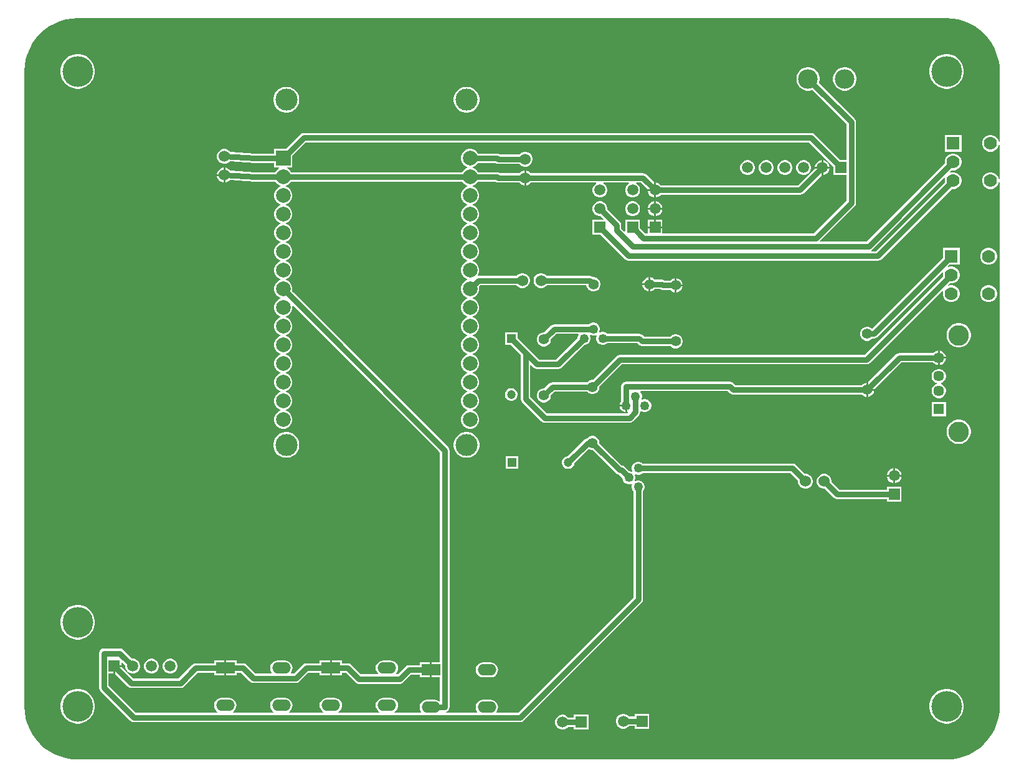
<source format=gbl>
G04*
G04 #@! TF.GenerationSoftware,Altium Limited,Altium Designer,24.0.1 (36)*
G04*
G04 Layer_Physical_Order=2*
G04 Layer_Color=16711680*
%FSLAX44Y44*%
%MOMM*%
G71*
G04*
G04 #@! TF.SameCoordinates,4DCDF883-9DA8-4262-A2DB-AF35F01A7F01*
G04*
G04*
G04 #@! TF.FilePolarity,Positive*
G04*
G01*
G75*
%ADD30C,1.2000*%
%ADD31R,1.2000X1.2000*%
%ADD32R,1.2000X1.2000*%
%ADD37C,0.7620*%
%ADD38C,1.7780*%
%ADD39R,1.7780X1.7780*%
%ADD40C,4.1910*%
%ADD41C,1.2500*%
%ADD42C,1.5240*%
%ADD43C,2.6670*%
%ADD44C,1.5000*%
%ADD45R,1.5000X1.5000*%
%ADD46R,1.5000X1.5000*%
%ADD47C,2.8000*%
%ADD48C,1.4500*%
%ADD49R,1.4500X1.4500*%
%ADD50C,1.4000*%
%ADD51O,2.5400X1.5240*%
%ADD52R,2.5400X1.5240*%
%ADD53R,2.0000X2.0000*%
%ADD54C,2.0000*%
%ADD55C,3.0000*%
G36*
X1519404Y1265722D02*
X1527405Y1264362D01*
X1535205Y1262115D01*
X1542703Y1259009D01*
X1549807Y1255083D01*
X1556426Y1250387D01*
X1562478Y1244978D01*
X1567887Y1238926D01*
X1572583Y1232307D01*
X1576509Y1225203D01*
X1579615Y1217705D01*
X1581862Y1209905D01*
X1583222Y1201904D01*
X1583663Y1194041D01*
X1583615Y1193800D01*
Y1097961D01*
X1582345Y1097793D01*
X1581641Y1100422D01*
X1580136Y1103028D01*
X1578008Y1105156D01*
X1575402Y1106661D01*
X1572495Y1107440D01*
X1569485D01*
X1566578Y1106661D01*
X1563972Y1105156D01*
X1561844Y1103028D01*
X1560339Y1100422D01*
X1559560Y1097515D01*
Y1094505D01*
X1560339Y1091598D01*
X1561844Y1088992D01*
X1563972Y1086864D01*
X1566578Y1085359D01*
X1569485Y1084580D01*
X1572495D01*
X1575402Y1085359D01*
X1578008Y1086864D01*
X1580136Y1088992D01*
X1581641Y1091598D01*
X1582345Y1094227D01*
X1583615Y1094059D01*
Y1047161D01*
X1582345Y1046993D01*
X1581641Y1049622D01*
X1580136Y1052228D01*
X1578008Y1054356D01*
X1575402Y1055861D01*
X1572495Y1056640D01*
X1569485D01*
X1566578Y1055861D01*
X1563972Y1054356D01*
X1561844Y1052228D01*
X1560339Y1049622D01*
X1559560Y1046715D01*
Y1043705D01*
X1560339Y1040798D01*
X1561844Y1038192D01*
X1563972Y1036064D01*
X1566578Y1034559D01*
X1569485Y1033780D01*
X1572495D01*
X1575402Y1034559D01*
X1578008Y1036064D01*
X1580136Y1038192D01*
X1581641Y1040798D01*
X1582345Y1043427D01*
X1583615Y1043259D01*
Y329104D01*
X1583222Y322096D01*
X1581862Y314095D01*
X1579615Y306295D01*
X1576509Y298797D01*
X1572583Y291693D01*
X1567887Y285074D01*
X1562478Y279022D01*
X1556426Y273613D01*
X1549807Y268917D01*
X1542703Y264991D01*
X1535205Y261885D01*
X1527405Y259638D01*
X1519404Y258278D01*
X1512395Y257885D01*
X330200D01*
X329959Y257837D01*
X322096Y258278D01*
X314095Y259638D01*
X306295Y261885D01*
X298797Y264991D01*
X291693Y268917D01*
X285074Y273613D01*
X279022Y279022D01*
X273613Y285074D01*
X268917Y291693D01*
X264991Y298797D01*
X261885Y306295D01*
X259638Y314095D01*
X258278Y322096D01*
X257837Y329959D01*
X257885Y330200D01*
Y1193800D01*
X257837Y1194041D01*
X258278Y1201904D01*
X259638Y1209905D01*
X261885Y1217705D01*
X264991Y1225203D01*
X268917Y1232307D01*
X273613Y1238926D01*
X279022Y1244978D01*
X285074Y1250387D01*
X291693Y1255083D01*
X298797Y1259009D01*
X306295Y1262115D01*
X314095Y1264362D01*
X322096Y1265722D01*
X329959Y1266163D01*
X330200Y1266115D01*
X1511300D01*
X1511541Y1266163D01*
X1519404Y1265722D01*
D02*
G37*
%LPC*%
G36*
X1513614Y1217295D02*
X1508986D01*
X1504447Y1216392D01*
X1500171Y1214621D01*
X1496323Y1212050D01*
X1493050Y1208777D01*
X1490479Y1204929D01*
X1488708Y1200653D01*
X1487805Y1196114D01*
Y1191486D01*
X1488708Y1186947D01*
X1490479Y1182671D01*
X1493050Y1178823D01*
X1496323Y1175550D01*
X1500171Y1172979D01*
X1504447Y1171208D01*
X1508986Y1170305D01*
X1513614D01*
X1518153Y1171208D01*
X1522429Y1172979D01*
X1526277Y1175550D01*
X1529550Y1178823D01*
X1532121Y1182671D01*
X1533892Y1186947D01*
X1534795Y1191486D01*
Y1196114D01*
X1533892Y1200653D01*
X1532121Y1204929D01*
X1529550Y1208777D01*
X1526277Y1212050D01*
X1522429Y1214621D01*
X1518153Y1216392D01*
X1513614Y1217295D01*
D02*
G37*
G36*
X332514D02*
X327886D01*
X323347Y1216392D01*
X319071Y1214621D01*
X315223Y1212050D01*
X311950Y1208777D01*
X309379Y1204929D01*
X307608Y1200653D01*
X306705Y1196114D01*
Y1191486D01*
X307608Y1186947D01*
X309379Y1182671D01*
X311950Y1178823D01*
X315223Y1175550D01*
X319071Y1172979D01*
X323347Y1171208D01*
X327886Y1170305D01*
X332514D01*
X337053Y1171208D01*
X341329Y1172979D01*
X345177Y1175550D01*
X348450Y1178823D01*
X351021Y1182671D01*
X352792Y1186947D01*
X353695Y1191486D01*
Y1196114D01*
X352792Y1200653D01*
X351021Y1204929D01*
X348450Y1208777D01*
X345177Y1212050D01*
X341329Y1214621D01*
X337053Y1216392D01*
X332514Y1217295D01*
D02*
G37*
G36*
X1374433Y1199515D02*
X1371306D01*
X1368239Y1198905D01*
X1365350Y1197708D01*
X1362750Y1195971D01*
X1360539Y1193760D01*
X1358802Y1191160D01*
X1357605Y1188271D01*
X1356995Y1185203D01*
Y1182076D01*
X1357605Y1179009D01*
X1358802Y1176120D01*
X1360539Y1173520D01*
X1362750Y1171309D01*
X1365350Y1169572D01*
X1368239Y1168375D01*
X1371306Y1167765D01*
X1374433D01*
X1377501Y1168375D01*
X1380390Y1169572D01*
X1382990Y1171309D01*
X1385201Y1173520D01*
X1386938Y1176120D01*
X1388135Y1179009D01*
X1388745Y1182076D01*
Y1185203D01*
X1388135Y1188271D01*
X1386938Y1191160D01*
X1385201Y1193760D01*
X1382990Y1195971D01*
X1380390Y1197708D01*
X1377501Y1198905D01*
X1374433Y1199515D01*
D02*
G37*
G36*
X860628Y1172830D02*
X857172D01*
X853784Y1172156D01*
X850592Y1170834D01*
X847719Y1168914D01*
X845276Y1166471D01*
X843356Y1163598D01*
X842034Y1160406D01*
X841360Y1157018D01*
Y1153562D01*
X842034Y1150174D01*
X843356Y1146982D01*
X845276Y1144109D01*
X847719Y1141666D01*
X850592Y1139746D01*
X853784Y1138424D01*
X857172Y1137750D01*
X860628D01*
X864016Y1138424D01*
X867208Y1139746D01*
X870081Y1141666D01*
X872524Y1144109D01*
X874444Y1146982D01*
X875766Y1150174D01*
X876440Y1153562D01*
Y1157018D01*
X875766Y1160406D01*
X874444Y1163598D01*
X872524Y1166471D01*
X870081Y1168914D01*
X867208Y1170834D01*
X864016Y1172156D01*
X860628Y1172830D01*
D02*
G37*
G36*
X615528D02*
X612073D01*
X608684Y1172156D01*
X605492Y1170834D01*
X602619Y1168914D01*
X600176Y1166471D01*
X598256Y1163598D01*
X596934Y1160406D01*
X596260Y1157018D01*
Y1153562D01*
X596934Y1150174D01*
X598256Y1146982D01*
X600176Y1144109D01*
X602619Y1141666D01*
X605492Y1139746D01*
X608684Y1138424D01*
X612073Y1137750D01*
X615528D01*
X618916Y1138424D01*
X622108Y1139746D01*
X624981Y1141666D01*
X627424Y1144109D01*
X629344Y1146982D01*
X630666Y1150174D01*
X631340Y1153562D01*
Y1157018D01*
X630666Y1160406D01*
X629344Y1163598D01*
X627424Y1166471D01*
X624981Y1168914D01*
X622108Y1170834D01*
X618916Y1172156D01*
X615528Y1172830D01*
D02*
G37*
G36*
X1531620Y1107440D02*
X1508760D01*
Y1084580D01*
X1531620D01*
Y1107440D01*
D02*
G37*
G36*
X1324650Y1199515D02*
X1321523D01*
X1318455Y1198905D01*
X1315566Y1197708D01*
X1312966Y1195971D01*
X1310755Y1193760D01*
X1309018Y1191160D01*
X1307821Y1188271D01*
X1307211Y1185203D01*
Y1182076D01*
X1307821Y1179009D01*
X1309018Y1176120D01*
X1310755Y1173520D01*
X1312966Y1171309D01*
X1315566Y1169572D01*
X1318455Y1168375D01*
X1321523Y1167765D01*
X1324650D01*
X1327717Y1168375D01*
X1328762Y1168808D01*
X1375286Y1122284D01*
Y1073030D01*
X1366906D01*
X1331728Y1108208D01*
X1329628Y1109612D01*
X1327150Y1110104D01*
X637540D01*
X635062Y1109612D01*
X632962Y1108208D01*
X612984Y1088230D01*
X597060D01*
Y1082164D01*
X572202D01*
X537863Y1084221D01*
X537720Y1084468D01*
X535828Y1086360D01*
X533512Y1087698D01*
X530928Y1088390D01*
X528252D01*
X525668Y1087698D01*
X523352Y1086360D01*
X521460Y1084468D01*
X520122Y1082152D01*
X519430Y1079568D01*
Y1076892D01*
X520122Y1074308D01*
X521460Y1071992D01*
X523352Y1070100D01*
X525668Y1068762D01*
X528252Y1068070D01*
X530928D01*
X533512Y1068762D01*
X535828Y1070100D01*
X537027Y1071299D01*
X571621Y1069227D01*
X571815Y1069254D01*
X572008Y1069216D01*
X597060D01*
Y1063150D01*
X603718D01*
X603881Y1062934D01*
X603544Y1061273D01*
X601900Y1060324D01*
X599566Y1057990D01*
X598858Y1056764D01*
X572202D01*
X537863Y1058821D01*
X537720Y1059068D01*
X535828Y1060960D01*
X533512Y1062298D01*
X530928Y1062990D01*
X530860D01*
Y1052830D01*
Y1042670D01*
X530928D01*
X533512Y1043362D01*
X535828Y1044700D01*
X537027Y1045899D01*
X571621Y1043827D01*
X571815Y1043854D01*
X572008Y1043816D01*
X598858D01*
X599566Y1042590D01*
X601900Y1040256D01*
X604760Y1038605D01*
X606093Y1038247D01*
Y1036933D01*
X604760Y1036575D01*
X601900Y1034924D01*
X599566Y1032590D01*
X597915Y1029730D01*
X597060Y1026541D01*
Y1023239D01*
X597915Y1020050D01*
X599566Y1017190D01*
X601900Y1014855D01*
X604760Y1013205D01*
X606093Y1012847D01*
Y1011533D01*
X604760Y1011175D01*
X601900Y1009525D01*
X599566Y1007190D01*
X597915Y1004330D01*
X597060Y1001141D01*
Y997839D01*
X597915Y994650D01*
X599566Y991790D01*
X601900Y989455D01*
X604760Y987805D01*
X606093Y987447D01*
Y986133D01*
X604760Y985775D01*
X601900Y984125D01*
X599566Y981790D01*
X597915Y978930D01*
X597060Y975741D01*
Y972439D01*
X597915Y969250D01*
X599566Y966390D01*
X601900Y964055D01*
X604760Y962405D01*
X606093Y962047D01*
Y960733D01*
X604760Y960375D01*
X601900Y958725D01*
X599566Y956390D01*
X597915Y953530D01*
X597060Y950341D01*
Y947039D01*
X597915Y943850D01*
X599566Y940990D01*
X601900Y938655D01*
X604760Y937005D01*
X606093Y936647D01*
Y935333D01*
X604760Y934975D01*
X601900Y933325D01*
X599566Y930990D01*
X597915Y928130D01*
X597060Y924941D01*
Y921639D01*
X597915Y918450D01*
X599566Y915590D01*
X601900Y913255D01*
X604760Y911605D01*
X606093Y911247D01*
Y909933D01*
X604760Y909575D01*
X601900Y907924D01*
X599566Y905590D01*
X597915Y902730D01*
X597060Y899541D01*
Y896239D01*
X597915Y893050D01*
X599566Y890190D01*
X601900Y887856D01*
X604760Y886205D01*
X606093Y885847D01*
Y884533D01*
X604760Y884175D01*
X601900Y882524D01*
X599566Y880190D01*
X597915Y877330D01*
X597060Y874141D01*
Y870839D01*
X597915Y867650D01*
X599566Y864790D01*
X601900Y862456D01*
X604760Y860805D01*
X606093Y860447D01*
Y859133D01*
X604760Y858775D01*
X601900Y857124D01*
X599566Y854790D01*
X597915Y851930D01*
X597060Y848741D01*
Y845439D01*
X597915Y842250D01*
X599566Y839390D01*
X601900Y837056D01*
X604760Y835405D01*
X606093Y835047D01*
Y833733D01*
X604760Y833375D01*
X601900Y831724D01*
X599566Y829390D01*
X597915Y826530D01*
X597060Y823341D01*
Y820039D01*
X597915Y816850D01*
X599566Y813990D01*
X601900Y811656D01*
X604760Y810005D01*
X606093Y809647D01*
Y808333D01*
X604760Y807975D01*
X601900Y806324D01*
X599566Y803990D01*
X597915Y801130D01*
X597060Y797941D01*
Y794639D01*
X597915Y791450D01*
X599566Y788590D01*
X601900Y786255D01*
X604760Y784605D01*
X606093Y784247D01*
Y782933D01*
X604760Y782575D01*
X601900Y780925D01*
X599566Y778590D01*
X597915Y775730D01*
X597060Y772541D01*
Y769239D01*
X597915Y766050D01*
X599566Y763190D01*
X601900Y760855D01*
X604760Y759205D01*
X606093Y758847D01*
Y757533D01*
X604760Y757175D01*
X601900Y755525D01*
X599566Y753190D01*
X597915Y750330D01*
X597060Y747141D01*
Y743839D01*
X597915Y740650D01*
X599566Y737790D01*
X601900Y735455D01*
X604760Y733805D01*
X606093Y733447D01*
Y732133D01*
X604760Y731775D01*
X601900Y730125D01*
X599566Y727790D01*
X597915Y724930D01*
X597060Y721741D01*
Y718439D01*
X597915Y715250D01*
X599566Y712390D01*
X601900Y710055D01*
X604760Y708405D01*
X607949Y707550D01*
X611251D01*
X614440Y708405D01*
X617300Y710055D01*
X619635Y712390D01*
X621285Y715250D01*
X622140Y718439D01*
Y721741D01*
X621285Y724930D01*
X619635Y727790D01*
X617300Y730125D01*
X614440Y731775D01*
X613107Y732133D01*
Y733447D01*
X614440Y733805D01*
X617300Y735455D01*
X619635Y737790D01*
X621285Y740650D01*
X622140Y743839D01*
Y747141D01*
X621285Y750330D01*
X619635Y753190D01*
X617300Y755525D01*
X614440Y757175D01*
X613107Y757533D01*
Y758847D01*
X614440Y759205D01*
X617300Y760855D01*
X619635Y763190D01*
X621285Y766050D01*
X622140Y769239D01*
Y772541D01*
X621285Y775730D01*
X619635Y778590D01*
X617300Y780925D01*
X614440Y782575D01*
X613107Y782933D01*
Y784247D01*
X614440Y784605D01*
X617300Y786255D01*
X619635Y788590D01*
X621285Y791450D01*
X622140Y794639D01*
Y797941D01*
X621285Y801130D01*
X619635Y803990D01*
X617300Y806324D01*
X614440Y807975D01*
X613107Y808333D01*
Y809647D01*
X614440Y810005D01*
X617300Y811656D01*
X619635Y813990D01*
X621285Y816850D01*
X622140Y820039D01*
Y823341D01*
X621285Y826530D01*
X619635Y829390D01*
X617300Y831724D01*
X614440Y833375D01*
X613107Y833733D01*
Y835047D01*
X614440Y835405D01*
X617300Y837056D01*
X619635Y839390D01*
X621285Y842250D01*
X622140Y845439D01*
Y848741D01*
X621285Y851930D01*
X619635Y854790D01*
X617300Y857124D01*
X614440Y858775D01*
X613107Y859133D01*
Y860447D01*
X614440Y860805D01*
X617300Y862456D01*
X619635Y864790D01*
X621285Y867650D01*
X622140Y870839D01*
Y874141D01*
X622024Y874575D01*
X623124Y875210D01*
X822836Y675498D01*
Y389890D01*
X811530D01*
Y379730D01*
Y369570D01*
X822836D01*
Y337586D01*
X821566Y336959D01*
X820464Y337805D01*
X817992Y338829D01*
X815340Y339178D01*
X805180D01*
X802528Y338829D01*
X800056Y337805D01*
X797934Y336176D01*
X796305Y334054D01*
X795282Y331582D01*
X794932Y328930D01*
X795282Y326278D01*
X796305Y323806D01*
X797151Y322704D01*
X796524Y321434D01*
X761272D01*
X760939Y322211D01*
X760916Y322704D01*
X762896Y324224D01*
X764525Y326346D01*
X765548Y328818D01*
X765898Y331470D01*
X765548Y334122D01*
X764525Y336594D01*
X762896Y338716D01*
X760774Y340345D01*
X758302Y341368D01*
X755650Y341718D01*
X745490D01*
X742838Y341368D01*
X740366Y340345D01*
X738244Y338716D01*
X736615Y336594D01*
X735592Y334122D01*
X735242Y331470D01*
X735592Y328818D01*
X736615Y326346D01*
X738244Y324224D01*
X740224Y322704D01*
X740201Y322211D01*
X739868Y321434D01*
X685072D01*
X684739Y322211D01*
X684716Y322704D01*
X686696Y324224D01*
X688325Y326346D01*
X689349Y328818D01*
X689698Y331470D01*
X689349Y334122D01*
X688325Y336594D01*
X686696Y338716D01*
X684574Y340345D01*
X682102Y341368D01*
X679450Y341718D01*
X669290D01*
X666638Y341368D01*
X664166Y340345D01*
X662044Y338716D01*
X660415Y336594D01*
X659391Y334122D01*
X659042Y331470D01*
X659391Y328818D01*
X660415Y326346D01*
X662044Y324224D01*
X664024Y322704D01*
X664001Y322211D01*
X663668Y321434D01*
X617762D01*
X617429Y322211D01*
X617406Y322704D01*
X619386Y324224D01*
X621015Y326346D01*
X622038Y328818D01*
X622388Y331470D01*
X622038Y334122D01*
X621015Y336594D01*
X619386Y338716D01*
X617264Y340345D01*
X614792Y341368D01*
X612140Y341718D01*
X601980D01*
X599328Y341368D01*
X596856Y340345D01*
X594734Y338716D01*
X593105Y336594D01*
X592081Y334122D01*
X591732Y331470D01*
X592081Y328818D01*
X593105Y326346D01*
X594734Y324224D01*
X596714Y322704D01*
X596691Y322211D01*
X596358Y321434D01*
X541562D01*
X541229Y322211D01*
X541206Y322704D01*
X543186Y324224D01*
X544815Y326346D01*
X545839Y328818D01*
X546188Y331470D01*
X545839Y334122D01*
X544815Y336594D01*
X543186Y338716D01*
X541064Y340345D01*
X538592Y341368D01*
X535940Y341718D01*
X525780D01*
X523128Y341368D01*
X520656Y340345D01*
X518534Y338716D01*
X516905Y336594D01*
X515882Y334122D01*
X515532Y331470D01*
X515882Y328818D01*
X516905Y326346D01*
X518534Y324224D01*
X520514Y322704D01*
X520491Y322211D01*
X520158Y321434D01*
X409082D01*
X372234Y358282D01*
Y374770D01*
X378460D01*
Y384810D01*
X379730D01*
Y386080D01*
X389770D01*
Y389355D01*
X390943Y389841D01*
X395090Y385694D01*
Y383488D01*
X395774Y380935D01*
X397096Y378645D01*
X398965Y376776D01*
X401255Y375454D01*
X403808Y374770D01*
X406452D01*
X409005Y375454D01*
X411295Y376776D01*
X413164Y378645D01*
X414486Y380935D01*
X415170Y383488D01*
Y386132D01*
X414486Y388685D01*
X413164Y390975D01*
X411295Y392844D01*
X409005Y394166D01*
X406452Y394850D01*
X404246D01*
X392182Y406914D01*
X390082Y408318D01*
X387604Y408810D01*
X365760D01*
X363282Y408318D01*
X361182Y406914D01*
X359778Y404814D01*
X359286Y402336D01*
Y355600D01*
X359778Y353122D01*
X361182Y351022D01*
X401822Y310382D01*
X403922Y308978D01*
X406400Y308486D01*
X931672D01*
X934150Y308978D01*
X936250Y310382D01*
X1096778Y470910D01*
X1098182Y473010D01*
X1098674Y475488D01*
Y622693D01*
X1099234Y623253D01*
X1100391Y625257D01*
X1100990Y627493D01*
Y629807D01*
X1100391Y632043D01*
X1099234Y634047D01*
X1097597Y635684D01*
X1095593Y636841D01*
X1093357Y637440D01*
X1091043D01*
X1088807Y636841D01*
X1088366Y636586D01*
X1087436Y637516D01*
X1087691Y637957D01*
X1088290Y640193D01*
Y642507D01*
X1087691Y644743D01*
X1087436Y645184D01*
X1088366Y646114D01*
X1088807Y645859D01*
X1091043Y645260D01*
X1093357D01*
X1095593Y645859D01*
X1097597Y647016D01*
X1098157Y647576D01*
X1299068D01*
X1309370Y637274D01*
Y634932D01*
X1310062Y632348D01*
X1311400Y630032D01*
X1313292Y628140D01*
X1315608Y626802D01*
X1318192Y626110D01*
X1320868D01*
X1323452Y626802D01*
X1325768Y628140D01*
X1327660Y630032D01*
X1328998Y632348D01*
X1329690Y634932D01*
Y637608D01*
X1328998Y640192D01*
X1327660Y642508D01*
X1325768Y644400D01*
X1323452Y645738D01*
X1320868Y646430D01*
X1318526D01*
X1306328Y658628D01*
X1304228Y660032D01*
X1301750Y660524D01*
X1098157D01*
X1097597Y661084D01*
X1095593Y662241D01*
X1093357Y662840D01*
X1091043D01*
X1088807Y662241D01*
X1086803Y661084D01*
X1085166Y659447D01*
X1084009Y657443D01*
X1083410Y655207D01*
Y652893D01*
X1084009Y650657D01*
X1084264Y650216D01*
X1083334Y649286D01*
X1082893Y649541D01*
X1080657Y650140D01*
X1079866D01*
X1073918Y656088D01*
X1071818Y657492D01*
X1069517Y657949D01*
X1039510Y687956D01*
Y689596D01*
X1038860Y692022D01*
X1037604Y694198D01*
X1035828Y695974D01*
X1033652Y697230D01*
X1031226Y697880D01*
X1028714D01*
X1026288Y697230D01*
X1024112Y695974D01*
X1022780Y694641D01*
X1021172Y694322D01*
X1019072Y692918D01*
X996364Y670210D01*
X995856D01*
X993684Y669628D01*
X991736Y668504D01*
X990146Y666914D01*
X989022Y664966D01*
X988440Y662794D01*
Y660546D01*
X989022Y658374D01*
X990146Y656426D01*
X991736Y654836D01*
X993684Y653712D01*
X995856Y653130D01*
X998104D01*
X1000276Y653712D01*
X1002224Y654836D01*
X1003814Y656426D01*
X1004938Y658374D01*
X1005520Y660546D01*
Y661054D01*
X1024784Y680318D01*
X1026288Y679450D01*
X1028714Y678800D01*
X1030354D01*
X1062222Y646932D01*
X1064322Y645528D01*
X1066623Y645071D01*
X1070710Y640984D01*
Y640193D01*
X1071309Y637957D01*
X1072466Y635953D01*
X1074103Y634316D01*
X1076107Y633159D01*
X1078343Y632560D01*
X1080657D01*
X1082893Y633159D01*
X1083334Y633414D01*
X1084264Y632484D01*
X1084009Y632043D01*
X1083410Y629807D01*
Y627493D01*
X1084009Y625257D01*
X1085166Y623253D01*
X1085726Y622693D01*
Y478170D01*
X928990Y321434D01*
X900196D01*
X899569Y322704D01*
X900415Y323806D01*
X901439Y326278D01*
X901788Y328930D01*
X901439Y331582D01*
X900415Y334054D01*
X898786Y336176D01*
X896664Y337805D01*
X894192Y338829D01*
X891540Y339178D01*
X881380D01*
X878728Y338829D01*
X876256Y337805D01*
X874134Y336176D01*
X872505Y334054D01*
X871481Y331582D01*
X871132Y328930D01*
X871481Y326278D01*
X872505Y323806D01*
X873351Y322704D01*
X872724Y321434D01*
X830686D01*
X830561Y322704D01*
X831788Y322948D01*
X833888Y324352D01*
X835292Y326452D01*
X835784Y328930D01*
Y678180D01*
X835292Y680658D01*
X833888Y682758D01*
X621774Y894872D01*
X622140Y896239D01*
Y899541D01*
X621285Y902730D01*
X619635Y905590D01*
X617300Y907924D01*
X614440Y909575D01*
X613107Y909933D01*
Y911247D01*
X614440Y911605D01*
X617300Y913255D01*
X619635Y915590D01*
X621285Y918450D01*
X622140Y921639D01*
Y924941D01*
X621285Y928130D01*
X619635Y930990D01*
X617300Y933325D01*
X614440Y934975D01*
X613107Y935333D01*
Y936647D01*
X614440Y937005D01*
X617300Y938655D01*
X619635Y940990D01*
X621285Y943850D01*
X622140Y947039D01*
Y950341D01*
X621285Y953530D01*
X619635Y956390D01*
X617300Y958725D01*
X614440Y960375D01*
X613107Y960733D01*
Y962047D01*
X614440Y962405D01*
X617300Y964055D01*
X619635Y966390D01*
X621285Y969250D01*
X622140Y972439D01*
Y975741D01*
X621285Y978930D01*
X619635Y981790D01*
X617300Y984125D01*
X614440Y985775D01*
X613107Y986133D01*
Y987447D01*
X614440Y987805D01*
X617300Y989455D01*
X619635Y991790D01*
X621285Y994650D01*
X622140Y997839D01*
Y1001141D01*
X621285Y1004330D01*
X619635Y1007190D01*
X617300Y1009525D01*
X614440Y1011175D01*
X613107Y1011533D01*
Y1012847D01*
X614440Y1013205D01*
X617300Y1014855D01*
X619635Y1017190D01*
X621285Y1020050D01*
X622140Y1023239D01*
Y1026541D01*
X621285Y1029730D01*
X619635Y1032590D01*
X617300Y1034924D01*
X614440Y1036575D01*
X613107Y1036933D01*
Y1038247D01*
X614440Y1038605D01*
X617300Y1040256D01*
X619635Y1042590D01*
X620342Y1043816D01*
X852858D01*
X853566Y1042590D01*
X855900Y1040256D01*
X858760Y1038605D01*
X860093Y1038247D01*
Y1036933D01*
X858760Y1036575D01*
X855900Y1034924D01*
X853566Y1032590D01*
X851915Y1029730D01*
X851060Y1026541D01*
Y1023239D01*
X851915Y1020050D01*
X853566Y1017190D01*
X855900Y1014855D01*
X858760Y1013205D01*
X860093Y1012847D01*
Y1011533D01*
X858760Y1011175D01*
X855900Y1009525D01*
X853566Y1007190D01*
X851915Y1004330D01*
X851060Y1001141D01*
Y997839D01*
X851915Y994650D01*
X853566Y991790D01*
X855900Y989455D01*
X858760Y987805D01*
X860093Y987447D01*
Y986133D01*
X858760Y985775D01*
X855900Y984125D01*
X853566Y981790D01*
X851915Y978930D01*
X851060Y975741D01*
Y972439D01*
X851915Y969250D01*
X853566Y966390D01*
X855900Y964055D01*
X858760Y962405D01*
X860093Y962047D01*
Y960733D01*
X858760Y960375D01*
X855900Y958725D01*
X853566Y956390D01*
X851915Y953530D01*
X851060Y950341D01*
Y947039D01*
X851915Y943850D01*
X853566Y940990D01*
X855900Y938655D01*
X858760Y937005D01*
X860093Y936647D01*
Y935333D01*
X858760Y934975D01*
X855900Y933325D01*
X853566Y930990D01*
X851915Y928130D01*
X851060Y924941D01*
Y921639D01*
X851915Y918450D01*
X853566Y915590D01*
X855900Y913255D01*
X858760Y911605D01*
X860093Y911247D01*
Y909933D01*
X858760Y909575D01*
X855900Y907924D01*
X853566Y905590D01*
X851915Y902730D01*
X851060Y899541D01*
Y896239D01*
X851915Y893050D01*
X853566Y890190D01*
X855900Y887856D01*
X858760Y886205D01*
X860093Y885847D01*
Y884533D01*
X858760Y884175D01*
X855900Y882524D01*
X853566Y880190D01*
X851915Y877330D01*
X851060Y874141D01*
Y870839D01*
X851915Y867650D01*
X853566Y864790D01*
X855900Y862456D01*
X858760Y860805D01*
X860093Y860447D01*
Y859133D01*
X858760Y858775D01*
X855900Y857124D01*
X853566Y854790D01*
X851915Y851930D01*
X851060Y848741D01*
Y845439D01*
X851915Y842250D01*
X853566Y839390D01*
X855900Y837056D01*
X858760Y835405D01*
X860093Y835047D01*
Y833733D01*
X858760Y833375D01*
X855900Y831724D01*
X853566Y829390D01*
X851915Y826530D01*
X851060Y823341D01*
Y820039D01*
X851915Y816850D01*
X853566Y813990D01*
X855900Y811656D01*
X858760Y810005D01*
X860093Y809647D01*
Y808333D01*
X858760Y807975D01*
X855900Y806324D01*
X853566Y803990D01*
X851915Y801130D01*
X851060Y797941D01*
Y794639D01*
X851915Y791450D01*
X853566Y788590D01*
X855900Y786255D01*
X858760Y784605D01*
X860093Y784247D01*
Y782933D01*
X858760Y782575D01*
X855900Y780925D01*
X853566Y778590D01*
X851915Y775730D01*
X851060Y772541D01*
Y769239D01*
X851915Y766050D01*
X853566Y763190D01*
X855900Y760855D01*
X858760Y759205D01*
X860093Y758847D01*
Y757533D01*
X858760Y757175D01*
X855900Y755525D01*
X853566Y753190D01*
X851915Y750330D01*
X851060Y747141D01*
Y743839D01*
X851915Y740650D01*
X853566Y737790D01*
X855900Y735455D01*
X858760Y733805D01*
X860093Y733447D01*
Y732133D01*
X858760Y731775D01*
X855900Y730125D01*
X853566Y727790D01*
X851915Y724930D01*
X851060Y721741D01*
Y718439D01*
X851915Y715250D01*
X853566Y712390D01*
X855900Y710055D01*
X858760Y708405D01*
X861949Y707550D01*
X865251D01*
X868440Y708405D01*
X871300Y710055D01*
X873634Y712390D01*
X875285Y715250D01*
X876140Y718439D01*
Y721741D01*
X875285Y724930D01*
X873634Y727790D01*
X871300Y730125D01*
X868440Y731775D01*
X867107Y732133D01*
Y733447D01*
X868440Y733805D01*
X871300Y735455D01*
X873634Y737790D01*
X875285Y740650D01*
X876140Y743839D01*
Y747141D01*
X875285Y750330D01*
X873634Y753190D01*
X871300Y755525D01*
X868440Y757175D01*
X867107Y757533D01*
Y758847D01*
X868440Y759205D01*
X871300Y760855D01*
X873634Y763190D01*
X875285Y766050D01*
X876140Y769239D01*
Y772541D01*
X875285Y775730D01*
X873634Y778590D01*
X871300Y780925D01*
X868440Y782575D01*
X867107Y782933D01*
Y784247D01*
X868440Y784605D01*
X871300Y786255D01*
X873634Y788590D01*
X875285Y791450D01*
X876140Y794639D01*
Y797941D01*
X875285Y801130D01*
X873634Y803990D01*
X871300Y806324D01*
X868440Y807975D01*
X867107Y808333D01*
Y809647D01*
X868440Y810005D01*
X871300Y811656D01*
X873634Y813990D01*
X875285Y816850D01*
X876140Y820039D01*
Y823341D01*
X875285Y826530D01*
X873634Y829390D01*
X871300Y831724D01*
X868440Y833375D01*
X867107Y833733D01*
Y835047D01*
X868440Y835405D01*
X871300Y837056D01*
X873634Y839390D01*
X875285Y842250D01*
X876140Y845439D01*
Y848741D01*
X875285Y851930D01*
X873634Y854790D01*
X871300Y857124D01*
X868440Y858775D01*
X867107Y859133D01*
Y860447D01*
X868440Y860805D01*
X871300Y862456D01*
X873634Y864790D01*
X875285Y867650D01*
X876140Y870839D01*
Y874141D01*
X875285Y877330D01*
X873634Y880190D01*
X871300Y882524D01*
X868440Y884175D01*
X867107Y884533D01*
Y885847D01*
X868440Y886205D01*
X871300Y887856D01*
X873634Y890190D01*
X875285Y893050D01*
X876140Y896239D01*
Y899541D01*
X875774Y900908D01*
X877712Y902846D01*
X926826D01*
X928482Y901190D01*
X930798Y899852D01*
X933382Y899160D01*
X936058D01*
X938642Y899852D01*
X940958Y901190D01*
X942850Y903082D01*
X944188Y905398D01*
X944880Y907982D01*
Y910658D01*
X944188Y913242D01*
X942850Y915558D01*
X940958Y917450D01*
X938642Y918788D01*
X936058Y919480D01*
X933382D01*
X930798Y918788D01*
X928482Y917450D01*
X926826Y915794D01*
X875219D01*
X874801Y916245D01*
X874431Y916970D01*
X875285Y918450D01*
X876140Y921639D01*
Y924941D01*
X875285Y928130D01*
X873634Y930990D01*
X871300Y933325D01*
X868440Y934975D01*
X867107Y935333D01*
Y936647D01*
X868440Y937005D01*
X871300Y938655D01*
X873634Y940990D01*
X875285Y943850D01*
X876140Y947039D01*
Y950341D01*
X875285Y953530D01*
X873634Y956390D01*
X871300Y958725D01*
X868440Y960375D01*
X867107Y960733D01*
Y962047D01*
X868440Y962405D01*
X871300Y964055D01*
X873634Y966390D01*
X875285Y969250D01*
X876140Y972439D01*
Y975741D01*
X875285Y978930D01*
X873634Y981790D01*
X871300Y984125D01*
X868440Y985775D01*
X867107Y986133D01*
Y987447D01*
X868440Y987805D01*
X871300Y989455D01*
X873634Y991790D01*
X875285Y994650D01*
X876140Y997839D01*
Y1001141D01*
X875285Y1004330D01*
X873634Y1007190D01*
X871300Y1009525D01*
X868440Y1011175D01*
X867107Y1011533D01*
Y1012847D01*
X868440Y1013205D01*
X871300Y1014855D01*
X873634Y1017190D01*
X875285Y1020050D01*
X876140Y1023239D01*
Y1026541D01*
X875285Y1029730D01*
X873634Y1032590D01*
X871300Y1034924D01*
X868440Y1036575D01*
X867107Y1036933D01*
Y1038247D01*
X868440Y1038605D01*
X871300Y1040256D01*
X873634Y1042590D01*
X874342Y1043816D01*
X898059D01*
X899222Y1043038D01*
X901700Y1042546D01*
X930636D01*
X932292Y1040890D01*
X934608Y1039552D01*
X937192Y1038860D01*
X937260D01*
Y1049020D01*
Y1059180D01*
X937192D01*
X934608Y1058488D01*
X932292Y1057150D01*
X930636Y1055494D01*
X904071D01*
X902908Y1056272D01*
X900430Y1056764D01*
X874342D01*
X873634Y1057990D01*
X871300Y1060324D01*
X868440Y1061975D01*
X867107Y1062333D01*
Y1063647D01*
X868440Y1064005D01*
X871300Y1065656D01*
X873634Y1067990D01*
X874342Y1069216D01*
X898059D01*
X899222Y1068438D01*
X901700Y1067946D01*
X930636D01*
X932292Y1066290D01*
X934608Y1064952D01*
X937192Y1064260D01*
X939868D01*
X942452Y1064952D01*
X944768Y1066290D01*
X946660Y1068182D01*
X947998Y1070498D01*
X948690Y1073082D01*
Y1075758D01*
X947998Y1078342D01*
X946660Y1080658D01*
X944768Y1082550D01*
X942452Y1083888D01*
X939868Y1084580D01*
X937192D01*
X934608Y1083888D01*
X932292Y1082550D01*
X930636Y1080894D01*
X904071D01*
X902908Y1081672D01*
X900430Y1082164D01*
X874342D01*
X873634Y1083390D01*
X871300Y1085724D01*
X868440Y1087375D01*
X865251Y1088230D01*
X861949D01*
X858760Y1087375D01*
X855900Y1085724D01*
X853566Y1083390D01*
X851915Y1080530D01*
X851060Y1077341D01*
Y1074039D01*
X851915Y1070850D01*
X853566Y1067990D01*
X855900Y1065656D01*
X858760Y1064005D01*
X860093Y1063647D01*
Y1062333D01*
X858760Y1061975D01*
X855900Y1060324D01*
X853566Y1057990D01*
X852858Y1056764D01*
X620342D01*
X619635Y1057990D01*
X617300Y1060324D01*
X615656Y1061273D01*
X615319Y1062934D01*
X615482Y1063150D01*
X622140D01*
Y1079074D01*
X640222Y1097156D01*
X1324468D01*
X1357750Y1063874D01*
Y1052950D01*
X1375286D01*
Y1017920D01*
X1330818Y973452D01*
X1125100D01*
Y980440D01*
X1115060D01*
X1105020D01*
Y973452D01*
X1101994D01*
X1094620Y980826D01*
Y991750D01*
X1074540D01*
Y976657D01*
X1073367Y976171D01*
X1068956Y980582D01*
Y984758D01*
X1068464Y987236D01*
X1067060Y989336D01*
X1050170Y1006226D01*
Y1008432D01*
X1049486Y1010985D01*
X1048164Y1013275D01*
X1046295Y1015144D01*
X1044005Y1016466D01*
X1041452Y1017150D01*
X1038808D01*
X1036255Y1016466D01*
X1033965Y1015144D01*
X1032096Y1013275D01*
X1030774Y1010985D01*
X1030090Y1008432D01*
Y1005788D01*
X1030774Y1003235D01*
X1032096Y1000945D01*
X1033965Y999076D01*
X1036255Y997754D01*
X1038808Y997070D01*
X1041014D01*
X1045161Y992923D01*
X1044675Y991750D01*
X1030090D01*
Y971670D01*
X1041014D01*
X1074414Y938270D01*
X1076514Y936866D01*
X1078992Y936374D01*
X1417828D01*
X1420306Y936866D01*
X1422406Y938270D01*
X1518079Y1033942D01*
X1518685Y1033780D01*
X1521695D01*
X1524602Y1034559D01*
X1527208Y1036064D01*
X1529336Y1038192D01*
X1530841Y1040798D01*
X1531620Y1043705D01*
Y1046715D01*
X1530841Y1049622D01*
X1529336Y1052228D01*
X1527208Y1054356D01*
X1524602Y1055861D01*
X1521695Y1056640D01*
X1518685D01*
X1516618Y1056086D01*
X1515961Y1057225D01*
X1518079Y1059342D01*
X1518685Y1059180D01*
X1521695D01*
X1524602Y1059959D01*
X1527208Y1061464D01*
X1529336Y1063592D01*
X1530841Y1066198D01*
X1531620Y1069105D01*
Y1072115D01*
X1530841Y1075022D01*
X1529336Y1077628D01*
X1527208Y1079756D01*
X1524602Y1081261D01*
X1521695Y1082040D01*
X1518685D01*
X1515778Y1081261D01*
X1513172Y1079756D01*
X1511044Y1077628D01*
X1509539Y1075022D01*
X1508760Y1072115D01*
Y1069105D01*
X1508922Y1068499D01*
X1402700Y962276D01*
X1339751D01*
X1339225Y963546D01*
X1386338Y1010660D01*
X1387742Y1012760D01*
X1388234Y1015238D01*
Y1124966D01*
X1387742Y1127444D01*
X1386338Y1129544D01*
X1337918Y1177964D01*
X1338351Y1179009D01*
X1338961Y1182076D01*
Y1185203D01*
X1338351Y1188271D01*
X1337154Y1191160D01*
X1335417Y1193760D01*
X1333206Y1195971D01*
X1330606Y1197708D01*
X1327717Y1198905D01*
X1324650Y1199515D01*
D02*
G37*
G36*
X1343712Y1073030D02*
X1343660D01*
Y1064260D01*
X1352430D01*
Y1064312D01*
X1351746Y1066865D01*
X1350424Y1069155D01*
X1348555Y1071024D01*
X1346265Y1072346D01*
X1343712Y1073030D01*
D02*
G37*
G36*
X1341120D02*
X1341068D01*
X1338515Y1072346D01*
X1336225Y1071024D01*
X1334356Y1069155D01*
X1333034Y1066865D01*
X1332350Y1064312D01*
Y1064260D01*
X1341120D01*
Y1073030D01*
D02*
G37*
G36*
X528320Y1062990D02*
X528252D01*
X525668Y1062298D01*
X523352Y1060960D01*
X521460Y1059068D01*
X520122Y1056752D01*
X519430Y1054168D01*
Y1054100D01*
X528320D01*
Y1062990D01*
D02*
G37*
G36*
X1352430Y1061720D02*
X1343660D01*
Y1052950D01*
X1343712D01*
X1346265Y1053634D01*
X1348555Y1054956D01*
X1350424Y1056825D01*
X1351746Y1059115D01*
X1352430Y1061668D01*
Y1061720D01*
D02*
G37*
G36*
X1318312Y1073030D02*
X1315668D01*
X1313115Y1072346D01*
X1310825Y1071024D01*
X1308956Y1069155D01*
X1307634Y1066865D01*
X1306950Y1064312D01*
Y1061668D01*
X1307634Y1059115D01*
X1308956Y1056825D01*
X1310825Y1054956D01*
X1313115Y1053634D01*
X1315668Y1052950D01*
X1318312D01*
X1320865Y1053634D01*
X1323155Y1054956D01*
X1325024Y1056825D01*
X1326346Y1059115D01*
X1327030Y1061668D01*
Y1064312D01*
X1326346Y1066865D01*
X1325024Y1069155D01*
X1323155Y1071024D01*
X1320865Y1072346D01*
X1318312Y1073030D01*
D02*
G37*
G36*
X1292912D02*
X1290268D01*
X1287715Y1072346D01*
X1285425Y1071024D01*
X1283556Y1069155D01*
X1282234Y1066865D01*
X1281550Y1064312D01*
Y1061668D01*
X1282234Y1059115D01*
X1283556Y1056825D01*
X1285425Y1054956D01*
X1287715Y1053634D01*
X1290268Y1052950D01*
X1292912D01*
X1295465Y1053634D01*
X1297755Y1054956D01*
X1299624Y1056825D01*
X1300946Y1059115D01*
X1301630Y1061668D01*
Y1064312D01*
X1300946Y1066865D01*
X1299624Y1069155D01*
X1297755Y1071024D01*
X1295465Y1072346D01*
X1292912Y1073030D01*
D02*
G37*
G36*
X1267512D02*
X1264868D01*
X1262315Y1072346D01*
X1260025Y1071024D01*
X1258156Y1069155D01*
X1256834Y1066865D01*
X1256150Y1064312D01*
Y1061668D01*
X1256834Y1059115D01*
X1258156Y1056825D01*
X1260025Y1054956D01*
X1262315Y1053634D01*
X1264868Y1052950D01*
X1267512D01*
X1270065Y1053634D01*
X1272355Y1054956D01*
X1274224Y1056825D01*
X1275546Y1059115D01*
X1276230Y1061668D01*
Y1064312D01*
X1275546Y1066865D01*
X1274224Y1069155D01*
X1272355Y1071024D01*
X1270065Y1072346D01*
X1267512Y1073030D01*
D02*
G37*
G36*
X1242112D02*
X1239468D01*
X1236915Y1072346D01*
X1234625Y1071024D01*
X1232756Y1069155D01*
X1231434Y1066865D01*
X1230750Y1064312D01*
Y1061668D01*
X1231434Y1059115D01*
X1232756Y1056825D01*
X1234625Y1054956D01*
X1236915Y1053634D01*
X1239468Y1052950D01*
X1242112D01*
X1244665Y1053634D01*
X1246955Y1054956D01*
X1248824Y1056825D01*
X1250146Y1059115D01*
X1250830Y1061668D01*
Y1064312D01*
X1250146Y1066865D01*
X1248824Y1069155D01*
X1246955Y1071024D01*
X1244665Y1072346D01*
X1242112Y1073030D01*
D02*
G37*
G36*
X528320Y1051560D02*
X519430D01*
Y1051492D01*
X520122Y1048908D01*
X521460Y1046592D01*
X523352Y1044700D01*
X525668Y1043362D01*
X528252Y1042670D01*
X528320D01*
Y1051560D01*
D02*
G37*
G36*
X1341120Y1061720D02*
X1331964D01*
X1309228Y1038984D01*
X1122784D01*
X1121225Y1040544D01*
X1118935Y1041866D01*
X1116382Y1042550D01*
X1116330D01*
Y1032510D01*
Y1022470D01*
X1116382D01*
X1118935Y1023154D01*
X1121225Y1024476D01*
X1122784Y1026036D01*
X1311910D01*
X1314388Y1026528D01*
X1316488Y1027932D01*
X1341120Y1052564D01*
Y1061720D01*
D02*
G37*
G36*
X939868Y1059180D02*
X939800D01*
Y1049020D01*
Y1038860D01*
X939868D01*
X942452Y1039552D01*
X944768Y1040890D01*
X946424Y1042546D01*
X1034892D01*
X1035232Y1041276D01*
X1033965Y1040544D01*
X1032096Y1038675D01*
X1030774Y1036385D01*
X1030090Y1033832D01*
Y1031188D01*
X1030774Y1028635D01*
X1032096Y1026345D01*
X1033965Y1024476D01*
X1036255Y1023154D01*
X1038808Y1022470D01*
X1041452D01*
X1044005Y1023154D01*
X1046295Y1024476D01*
X1048164Y1026345D01*
X1049486Y1028635D01*
X1050170Y1031188D01*
Y1033832D01*
X1049486Y1036385D01*
X1048164Y1038675D01*
X1046295Y1040544D01*
X1045028Y1041276D01*
X1045368Y1042546D01*
X1079342D01*
X1079682Y1041276D01*
X1078415Y1040544D01*
X1076546Y1038675D01*
X1075224Y1036385D01*
X1074540Y1033832D01*
Y1031188D01*
X1075224Y1028635D01*
X1076546Y1026345D01*
X1078415Y1024476D01*
X1080705Y1023154D01*
X1083258Y1022470D01*
X1085902D01*
X1088455Y1023154D01*
X1090745Y1024476D01*
X1092614Y1026345D01*
X1093936Y1028635D01*
X1094620Y1031188D01*
Y1033832D01*
X1093936Y1036385D01*
X1092614Y1038675D01*
X1090745Y1040544D01*
X1089478Y1041276D01*
X1089818Y1042546D01*
X1095868D01*
X1104634Y1033780D01*
X1113790D01*
Y1042936D01*
X1103128Y1053598D01*
X1101028Y1055002D01*
X1098550Y1055494D01*
X946424D01*
X944768Y1057150D01*
X942452Y1058488D01*
X939868Y1059180D01*
D02*
G37*
G36*
X1113790Y1031240D02*
X1105020D01*
Y1031188D01*
X1105704Y1028635D01*
X1107026Y1026345D01*
X1108895Y1024476D01*
X1111185Y1023154D01*
X1113738Y1022470D01*
X1113790D01*
Y1031240D01*
D02*
G37*
G36*
X1116382Y1017150D02*
X1116330D01*
Y1008380D01*
X1125100D01*
Y1008432D01*
X1124416Y1010985D01*
X1123094Y1013275D01*
X1121225Y1015144D01*
X1118935Y1016466D01*
X1116382Y1017150D01*
D02*
G37*
G36*
X1113790D02*
X1113738D01*
X1111185Y1016466D01*
X1108895Y1015144D01*
X1107026Y1013275D01*
X1105704Y1010985D01*
X1105020Y1008432D01*
Y1008380D01*
X1113790D01*
Y1017150D01*
D02*
G37*
G36*
X1125100Y1005840D02*
X1116330D01*
Y997070D01*
X1116382D01*
X1118935Y997754D01*
X1121225Y999076D01*
X1123094Y1000945D01*
X1124416Y1003235D01*
X1125100Y1005788D01*
Y1005840D01*
D02*
G37*
G36*
X1113790D02*
X1105020D01*
Y1005788D01*
X1105704Y1003235D01*
X1107026Y1000945D01*
X1108895Y999076D01*
X1111185Y997754D01*
X1113738Y997070D01*
X1113790D01*
Y1005840D01*
D02*
G37*
G36*
X1085902Y1017150D02*
X1083258D01*
X1080705Y1016466D01*
X1078415Y1015144D01*
X1076546Y1013275D01*
X1075224Y1010985D01*
X1074540Y1008432D01*
Y1005788D01*
X1075224Y1003235D01*
X1076546Y1000945D01*
X1078415Y999076D01*
X1080705Y997754D01*
X1083258Y997070D01*
X1085902D01*
X1088455Y997754D01*
X1090745Y999076D01*
X1092614Y1000945D01*
X1093936Y1003235D01*
X1094620Y1005788D01*
Y1008432D01*
X1093936Y1010985D01*
X1092614Y1013275D01*
X1090745Y1015144D01*
X1088455Y1016466D01*
X1085902Y1017150D01*
D02*
G37*
G36*
X1125100Y991750D02*
X1116330D01*
Y982980D01*
X1125100D01*
Y991750D01*
D02*
G37*
G36*
X1113790D02*
X1105020D01*
Y982980D01*
X1113790D01*
Y991750D01*
D02*
G37*
G36*
X1569955Y953770D02*
X1566945D01*
X1564038Y952991D01*
X1561432Y951486D01*
X1559304Y949358D01*
X1557799Y946752D01*
X1557020Y943845D01*
Y940835D01*
X1557799Y937928D01*
X1559304Y935322D01*
X1561432Y933194D01*
X1564038Y931689D01*
X1566945Y930910D01*
X1569955D01*
X1572862Y931689D01*
X1575468Y933194D01*
X1577596Y935322D01*
X1579101Y937928D01*
X1579880Y940835D01*
Y943845D01*
X1579101Y946752D01*
X1577596Y949358D01*
X1575468Y951486D01*
X1572862Y952991D01*
X1569955Y953770D01*
D02*
G37*
G36*
X1529080D02*
X1506220D01*
Y940066D01*
X1409963Y843809D01*
X1409208Y844564D01*
X1407032Y845820D01*
X1404606Y846470D01*
X1402094D01*
X1399668Y845820D01*
X1397492Y844564D01*
X1395716Y842788D01*
X1394460Y840612D01*
X1393810Y838186D01*
Y835674D01*
X1394460Y833248D01*
X1395716Y831072D01*
X1397492Y829296D01*
X1399668Y828040D01*
X1402094Y827390D01*
X1404606D01*
X1407032Y828040D01*
X1409208Y829296D01*
X1410367Y830456D01*
X1412240D01*
X1414718Y830948D01*
X1416818Y832352D01*
X1505635Y921169D01*
X1506774Y920511D01*
X1506220Y918445D01*
Y915435D01*
X1506382Y914829D01*
X1399906Y808352D01*
X1067308D01*
X1064830Y807860D01*
X1062730Y806456D01*
X1030354Y774080D01*
X1028714D01*
X1026288Y773430D01*
X1024112Y772174D01*
X1022953Y771014D01*
X975360D01*
X972882Y770522D01*
X970782Y769118D01*
X964314Y762650D01*
X962674D01*
X960248Y762000D01*
X958072Y760744D01*
X956296Y758968D01*
X955040Y756792D01*
X954390Y754366D01*
Y751854D01*
X955040Y749428D01*
X956296Y747252D01*
X958072Y745476D01*
X960248Y744220D01*
X962674Y743570D01*
X965186D01*
X967612Y744220D01*
X969788Y745476D01*
X971564Y747252D01*
X972820Y749428D01*
X973470Y751854D01*
Y753494D01*
X978042Y758066D01*
X1022953D01*
X1024112Y756906D01*
X1026288Y755650D01*
X1028714Y755000D01*
X1031226D01*
X1033652Y755650D01*
X1035828Y756906D01*
X1037604Y758682D01*
X1038860Y760858D01*
X1039510Y763284D01*
Y764924D01*
X1069990Y795404D01*
X1402588D01*
X1405066Y795896D01*
X1407166Y797300D01*
X1505635Y895769D01*
X1506774Y895111D01*
X1506220Y893045D01*
Y890035D01*
X1506999Y887128D01*
X1508504Y884522D01*
X1510632Y882394D01*
X1513238Y880889D01*
X1516145Y880110D01*
X1519155D01*
X1522062Y880889D01*
X1524668Y882394D01*
X1526796Y884522D01*
X1528301Y887128D01*
X1529080Y890035D01*
Y893045D01*
X1528301Y895952D01*
X1526796Y898558D01*
X1524668Y900686D01*
X1522062Y902191D01*
X1519155Y902970D01*
X1516145D01*
X1514079Y902416D01*
X1513421Y903555D01*
X1515539Y905673D01*
X1516145Y905510D01*
X1519155D01*
X1522062Y906289D01*
X1524668Y907794D01*
X1526796Y909922D01*
X1528301Y912528D01*
X1529080Y915435D01*
Y918445D01*
X1528301Y921352D01*
X1526796Y923958D01*
X1524668Y926086D01*
X1522062Y927591D01*
X1519155Y928370D01*
X1516145D01*
X1514079Y927816D01*
X1513421Y928955D01*
X1515376Y930910D01*
X1529080D01*
Y953770D01*
D02*
G37*
G36*
X1106170Y913776D02*
X1103758Y913130D01*
X1101582Y911874D01*
X1099806Y910098D01*
X1098550Y907922D01*
X1097904Y905510D01*
X1106170D01*
Y913776D01*
D02*
G37*
G36*
X1144270Y912506D02*
Y904240D01*
X1152536D01*
X1151890Y906652D01*
X1150634Y908828D01*
X1148858Y910604D01*
X1146682Y911860D01*
X1144270Y912506D01*
D02*
G37*
G36*
X1106170Y902970D02*
X1097904D01*
X1098550Y900558D01*
X1099806Y898382D01*
X1101582Y896606D01*
X1103758Y895350D01*
X1106170Y894704D01*
Y902970D01*
D02*
G37*
G36*
X961458Y919480D02*
X958782D01*
X956198Y918788D01*
X953882Y917450D01*
X951990Y915558D01*
X950652Y913242D01*
X949960Y910658D01*
Y907982D01*
X950652Y905398D01*
X951990Y903082D01*
X953882Y901190D01*
X956198Y899852D01*
X958782Y899160D01*
X961458D01*
X964042Y899852D01*
X966358Y901190D01*
X968014Y902846D01*
X1021737D01*
X1022350Y900558D01*
X1023606Y898382D01*
X1025382Y896606D01*
X1027558Y895350D01*
X1029984Y894700D01*
X1032496D01*
X1034922Y895350D01*
X1037098Y896606D01*
X1038874Y898382D01*
X1040130Y900558D01*
X1040780Y902984D01*
Y905496D01*
X1040130Y907922D01*
X1038874Y910098D01*
X1037098Y911874D01*
X1034922Y913130D01*
X1032496Y913780D01*
X1030856D01*
X1030738Y913898D01*
X1028638Y915302D01*
X1026160Y915794D01*
X968014D01*
X966358Y917450D01*
X964042Y918788D01*
X961458Y919480D01*
D02*
G37*
G36*
X1152536Y901700D02*
X1144270D01*
Y893434D01*
X1146682Y894080D01*
X1148858Y895336D01*
X1150634Y897112D01*
X1151890Y899288D01*
X1152536Y901700D01*
D02*
G37*
G36*
X1108710Y913776D02*
Y904240D01*
Y894704D01*
X1111122Y895350D01*
X1113298Y896606D01*
X1114457Y897766D01*
X1122087D01*
X1123250Y896988D01*
X1125728Y896496D01*
X1135983D01*
X1137142Y895336D01*
X1139318Y894080D01*
X1141730Y893434D01*
Y902970D01*
Y912506D01*
X1139318Y911860D01*
X1137142Y910604D01*
X1135983Y909444D01*
X1128099D01*
X1126936Y910222D01*
X1124458Y910714D01*
X1114457D01*
X1113298Y911874D01*
X1111122Y913130D01*
X1108710Y913776D01*
D02*
G37*
G36*
X1569955Y902970D02*
X1566945D01*
X1564038Y902191D01*
X1561432Y900686D01*
X1559304Y898558D01*
X1557799Y895952D01*
X1557020Y893045D01*
Y890035D01*
X1557799Y887128D01*
X1559304Y884522D01*
X1561432Y882394D01*
X1564038Y880889D01*
X1566945Y880110D01*
X1569955D01*
X1572862Y880889D01*
X1575468Y882394D01*
X1577596Y884522D01*
X1579101Y887128D01*
X1579880Y890035D01*
Y893045D01*
X1579101Y895952D01*
X1577596Y898558D01*
X1575468Y900686D01*
X1572862Y902191D01*
X1569955Y902970D01*
D02*
G37*
G36*
X1529439Y851520D02*
X1526181D01*
X1522985Y850885D01*
X1519975Y849638D01*
X1517266Y847828D01*
X1514963Y845524D01*
X1513152Y842815D01*
X1511906Y839805D01*
X1511270Y836609D01*
Y833351D01*
X1511906Y830156D01*
X1513152Y827146D01*
X1514963Y824437D01*
X1517266Y822133D01*
X1519975Y820323D01*
X1522985Y819076D01*
X1526181Y818440D01*
X1529439D01*
X1532635Y819076D01*
X1535645Y820323D01*
X1538354Y822133D01*
X1540657Y824437D01*
X1542468Y827146D01*
X1543714Y830156D01*
X1544350Y833351D01*
Y836609D01*
X1543714Y839805D01*
X1542468Y842815D01*
X1540657Y845524D01*
X1538354Y847828D01*
X1535645Y849638D01*
X1532635Y850885D01*
X1529439Y851520D01*
D02*
G37*
G36*
X1501999Y814070D02*
X1501980D01*
Y805550D01*
X1510500D01*
Y805569D01*
X1509832Y808059D01*
X1508544Y810292D01*
X1506721Y812114D01*
X1504489Y813403D01*
X1501999Y814070D01*
D02*
G37*
G36*
X1032397Y852070D02*
X1030083D01*
X1027847Y851471D01*
X1025843Y850314D01*
X1025284Y849754D01*
X977900D01*
X975422Y849262D01*
X973322Y847858D01*
X964314Y838850D01*
X962674D01*
X960248Y838200D01*
X958072Y836944D01*
X956296Y835168D01*
X955040Y832992D01*
X954390Y830566D01*
Y828054D01*
X955040Y825628D01*
X956296Y823452D01*
X958072Y821676D01*
X960248Y820420D01*
X962674Y819770D01*
X965186D01*
X967612Y820420D01*
X969788Y821676D01*
X971564Y823452D01*
X972820Y825628D01*
X973470Y828054D01*
Y829694D01*
X980582Y836806D01*
X1010658D01*
X1011251Y835536D01*
X1010349Y833973D01*
X1009750Y831737D01*
Y830946D01*
X980806Y802002D01*
X957244D01*
X943616Y815630D01*
X928020Y831226D01*
Y839150D01*
X910940D01*
Y822070D01*
X918864D01*
X932564Y808370D01*
Y748284D01*
X933056Y745806D01*
X934460Y743706D01*
X960622Y717544D01*
X962722Y716140D01*
X965200Y715648D01*
X1080262D01*
X1082740Y716140D01*
X1084840Y717544D01*
X1092968Y725672D01*
X1094372Y727772D01*
X1094864Y730250D01*
Y731258D01*
X1096134Y731851D01*
X1097697Y730949D01*
X1099933Y730350D01*
X1102247D01*
X1104483Y730949D01*
X1106487Y732106D01*
X1108124Y733743D01*
X1109281Y735747D01*
X1109880Y737983D01*
Y740297D01*
X1109281Y742533D01*
X1108124Y744537D01*
X1106487Y746174D01*
X1104483Y747331D01*
X1102247Y747930D01*
X1099933D01*
X1097697Y747331D01*
X1097256Y747076D01*
X1096326Y748006D01*
X1096581Y748447D01*
X1097180Y750683D01*
Y752997D01*
X1096581Y755233D01*
X1095424Y757237D01*
X1095007Y757654D01*
X1095493Y758828D01*
X1213978D01*
X1216654Y756152D01*
X1218754Y754748D01*
X1221232Y754256D01*
X1396333D01*
X1397492Y753096D01*
X1399668Y751840D01*
X1402080Y751194D01*
Y760730D01*
Y770266D01*
X1399668Y769620D01*
X1397492Y768364D01*
X1396333Y767204D01*
X1223914D01*
X1221238Y769880D01*
X1219138Y771284D01*
X1216660Y771776D01*
X1075690D01*
X1073212Y771284D01*
X1071112Y769880D01*
X1069708Y767780D01*
X1069216Y765302D01*
Y745097D01*
X1068656Y744537D01*
X1067499Y742533D01*
X1066930Y740410D01*
X1075690D01*
Y739140D01*
X1076960D01*
Y730380D01*
X1077791Y730603D01*
X1078448Y729464D01*
X1077580Y728596D01*
X967882D01*
X945512Y750966D01*
Y793762D01*
X946686Y794248D01*
X949984Y790950D01*
X952084Y789546D01*
X954562Y789054D01*
X983488D01*
X985966Y789546D01*
X988066Y790950D01*
X1018906Y821790D01*
X1019697D01*
X1021933Y822389D01*
X1023937Y823546D01*
X1025574Y825183D01*
X1026731Y827187D01*
X1027330Y829423D01*
Y831737D01*
X1026731Y833973D01*
X1026476Y834414D01*
X1027406Y835344D01*
X1027847Y835089D01*
X1030083Y834490D01*
X1032397D01*
X1034633Y835089D01*
X1035074Y835344D01*
X1036004Y834414D01*
X1035749Y833973D01*
X1035150Y831737D01*
Y829423D01*
X1035749Y827187D01*
X1036906Y825183D01*
X1038543Y823546D01*
X1040547Y822389D01*
X1042783Y821790D01*
X1045097D01*
X1047333Y822389D01*
X1049337Y823546D01*
X1049896Y824106D01*
X1090788D01*
X1092702Y822192D01*
X1094802Y820788D01*
X1097280Y820296D01*
X1135983D01*
X1137142Y819136D01*
X1139318Y817880D01*
X1141744Y817230D01*
X1144256D01*
X1146682Y817880D01*
X1148858Y819136D01*
X1150634Y820912D01*
X1151890Y823088D01*
X1152540Y825514D01*
Y828026D01*
X1151890Y830452D01*
X1150634Y832628D01*
X1148858Y834404D01*
X1146682Y835660D01*
X1144256Y836310D01*
X1141744D01*
X1139318Y835660D01*
X1137142Y834404D01*
X1135983Y833244D01*
X1099962D01*
X1098048Y835158D01*
X1095948Y836562D01*
X1093470Y837054D01*
X1049896D01*
X1049337Y837614D01*
X1047333Y838771D01*
X1045097Y839370D01*
X1042783D01*
X1040547Y838771D01*
X1040106Y838516D01*
X1039176Y839446D01*
X1039431Y839887D01*
X1040030Y842123D01*
Y844437D01*
X1039431Y846673D01*
X1038274Y848677D01*
X1036637Y850314D01*
X1034633Y851471D01*
X1032397Y852070D01*
D02*
G37*
G36*
X1510500Y803010D02*
X1501980D01*
Y794490D01*
X1501999D01*
X1504489Y795157D01*
X1506721Y796446D01*
X1508544Y798269D01*
X1509832Y800501D01*
X1510500Y802991D01*
Y803010D01*
D02*
G37*
G36*
X1499440Y814070D02*
X1499421D01*
X1496931Y813403D01*
X1494698Y812114D01*
X1493339Y810755D01*
X1446900D01*
X1444423Y810262D01*
X1442322Y808858D01*
X1404620Y771156D01*
Y762000D01*
X1413776D01*
X1449582Y797806D01*
X1493339D01*
X1494698Y796446D01*
X1496931Y795157D01*
X1499421Y794490D01*
X1499440D01*
Y804280D01*
Y814070D01*
D02*
G37*
G36*
X1412886Y759460D02*
X1404620D01*
Y751194D01*
X1407032Y751840D01*
X1409208Y753096D01*
X1410984Y754872D01*
X1412240Y757048D01*
X1412886Y759460D01*
D02*
G37*
G36*
X1501999Y789070D02*
X1499421D01*
X1496931Y788403D01*
X1494698Y787114D01*
X1492876Y785291D01*
X1491587Y783059D01*
X1490920Y780569D01*
Y777991D01*
X1491587Y775501D01*
X1492876Y773269D01*
X1494698Y771446D01*
X1496931Y770157D01*
X1497751Y769938D01*
Y768623D01*
X1496931Y768403D01*
X1494698Y767114D01*
X1492876Y765291D01*
X1491587Y763059D01*
X1490920Y760569D01*
Y757991D01*
X1491587Y755501D01*
X1492876Y753269D01*
X1494698Y751446D01*
X1496931Y750157D01*
X1499421Y749490D01*
X1501999D01*
X1504489Y750157D01*
X1506721Y751446D01*
X1508544Y753269D01*
X1509832Y755501D01*
X1510500Y757991D01*
Y760569D01*
X1509832Y763059D01*
X1508544Y765291D01*
X1506721Y767114D01*
X1504489Y768403D01*
X1503668Y768623D01*
Y769938D01*
X1504489Y770157D01*
X1506721Y771446D01*
X1508544Y773269D01*
X1509832Y775501D01*
X1510500Y777991D01*
Y780569D01*
X1509832Y783059D01*
X1508544Y785291D01*
X1506721Y787114D01*
X1504489Y788403D01*
X1501999Y789070D01*
D02*
G37*
G36*
X920604Y762890D02*
X918356D01*
X916184Y762308D01*
X914236Y761184D01*
X912646Y759594D01*
X911522Y757646D01*
X910940Y755474D01*
Y753226D01*
X911522Y751054D01*
X912646Y749106D01*
X914236Y747516D01*
X916184Y746392D01*
X918356Y745810D01*
X920604D01*
X922776Y746392D01*
X924724Y747516D01*
X926314Y749106D01*
X927438Y751054D01*
X928020Y753226D01*
Y755474D01*
X927438Y757646D01*
X926314Y759594D01*
X924724Y761184D01*
X922776Y762308D01*
X920604Y762890D01*
D02*
G37*
G36*
X1074420Y737870D02*
X1066930D01*
X1067499Y735747D01*
X1068656Y733743D01*
X1070293Y732106D01*
X1072297Y730949D01*
X1074420Y730380D01*
Y737870D01*
D02*
G37*
G36*
X1510500Y744070D02*
X1490920D01*
Y724490D01*
X1510500D01*
Y744070D01*
D02*
G37*
G36*
X1529439Y720120D02*
X1526181D01*
X1522985Y719484D01*
X1519975Y718238D01*
X1517266Y716427D01*
X1514963Y714124D01*
X1513152Y711415D01*
X1511906Y708405D01*
X1511270Y705209D01*
Y701951D01*
X1511906Y698755D01*
X1513152Y695745D01*
X1514963Y693036D01*
X1517266Y690733D01*
X1519975Y688922D01*
X1522985Y687676D01*
X1526181Y687040D01*
X1529439D01*
X1532635Y687676D01*
X1535645Y688922D01*
X1538354Y690733D01*
X1540657Y693036D01*
X1542468Y695745D01*
X1543714Y698755D01*
X1544350Y701951D01*
Y705209D01*
X1543714Y708405D01*
X1542468Y711415D01*
X1540657Y714124D01*
X1538354Y716427D01*
X1535645Y718238D01*
X1532635Y719484D01*
X1529439Y720120D01*
D02*
G37*
G36*
X860628Y703330D02*
X857172D01*
X853784Y702656D01*
X850592Y701334D01*
X847719Y699415D01*
X845276Y696971D01*
X843356Y694099D01*
X842034Y690907D01*
X841360Y687518D01*
Y684063D01*
X842034Y680674D01*
X843356Y677482D01*
X845276Y674609D01*
X847719Y672166D01*
X850592Y670247D01*
X853784Y668924D01*
X857172Y668250D01*
X860628D01*
X864016Y668924D01*
X867208Y670247D01*
X870081Y672166D01*
X872524Y674609D01*
X874444Y677482D01*
X875766Y680674D01*
X876440Y684063D01*
Y687518D01*
X875766Y690907D01*
X874444Y694099D01*
X872524Y696971D01*
X870081Y699415D01*
X867208Y701334D01*
X864016Y702656D01*
X860628Y703330D01*
D02*
G37*
G36*
X615528D02*
X612073D01*
X608684Y702656D01*
X605492Y701334D01*
X602619Y699415D01*
X600176Y696971D01*
X598256Y694099D01*
X596934Y690907D01*
X596260Y687518D01*
Y684063D01*
X596934Y680674D01*
X598256Y677482D01*
X600176Y674609D01*
X602619Y672166D01*
X605492Y670247D01*
X608684Y668924D01*
X612073Y668250D01*
X615528D01*
X618916Y668924D01*
X622108Y670247D01*
X624981Y672166D01*
X627424Y674609D01*
X629344Y677482D01*
X630666Y680674D01*
X631340Y684063D01*
Y687518D01*
X630666Y690907D01*
X629344Y694099D01*
X627424Y696971D01*
X624981Y699415D01*
X622108Y701334D01*
X618916Y702656D01*
X615528Y703330D01*
D02*
G37*
G36*
X929260Y670210D02*
X912180D01*
Y653130D01*
X929260D01*
Y670210D01*
D02*
G37*
G36*
X1441502Y653930D02*
X1441450D01*
Y645160D01*
X1450220D01*
Y645212D01*
X1449536Y647765D01*
X1448214Y650055D01*
X1446345Y651924D01*
X1444055Y653246D01*
X1441502Y653930D01*
D02*
G37*
G36*
X1438910D02*
X1438858D01*
X1436305Y653246D01*
X1434015Y651924D01*
X1432146Y650055D01*
X1430824Y647765D01*
X1430140Y645212D01*
Y645160D01*
X1438910D01*
Y653930D01*
D02*
G37*
G36*
X1450220Y642620D02*
X1441450D01*
Y633850D01*
X1441502D01*
X1444055Y634534D01*
X1446345Y635856D01*
X1448214Y637725D01*
X1449536Y640015D01*
X1450220Y642568D01*
Y642620D01*
D02*
G37*
G36*
X1438910D02*
X1430140D01*
Y642568D01*
X1430824Y640015D01*
X1432146Y637725D01*
X1434015Y635856D01*
X1436305Y634534D01*
X1438858Y633850D01*
X1438910D01*
Y642620D01*
D02*
G37*
G36*
X1346268Y646430D02*
X1343592D01*
X1341008Y645738D01*
X1338692Y644400D01*
X1336800Y642508D01*
X1335462Y640192D01*
X1334770Y637608D01*
Y634932D01*
X1335462Y632348D01*
X1336800Y630032D01*
X1338692Y628140D01*
X1341008Y626802D01*
X1343592Y626110D01*
X1345934D01*
X1358132Y613912D01*
X1360232Y612508D01*
X1362710Y612016D01*
X1430140D01*
Y608450D01*
X1450220D01*
Y628530D01*
X1430140D01*
Y624964D01*
X1365392D01*
X1355090Y635266D01*
Y637608D01*
X1354398Y640192D01*
X1353060Y642508D01*
X1351168Y644400D01*
X1348852Y645738D01*
X1346268Y646430D01*
D02*
G37*
G36*
X332514Y467995D02*
X327886D01*
X323347Y467092D01*
X319071Y465321D01*
X315223Y462750D01*
X311950Y459477D01*
X309379Y455629D01*
X307608Y451353D01*
X306705Y446814D01*
Y442186D01*
X307608Y437647D01*
X309379Y433371D01*
X311950Y429523D01*
X315223Y426250D01*
X319071Y423679D01*
X323347Y421908D01*
X327886Y421005D01*
X332514D01*
X337053Y421908D01*
X341329Y423679D01*
X345177Y426250D01*
X348450Y429523D01*
X351021Y433371D01*
X352792Y437647D01*
X353695Y442186D01*
Y446814D01*
X352792Y451353D01*
X351021Y455629D01*
X348450Y459477D01*
X345177Y462750D01*
X341329Y465321D01*
X337053Y467092D01*
X332514Y467995D01*
D02*
G37*
G36*
X612140Y392518D02*
X601980D01*
X599328Y392169D01*
X596856Y391145D01*
X594734Y389516D01*
X593105Y387394D01*
X592081Y384922D01*
X591732Y382270D01*
X592081Y379618D01*
X593105Y377146D01*
X593951Y376044D01*
X593324Y374774D01*
X571642D01*
X559568Y386848D01*
X557468Y388252D01*
X554990Y388744D01*
X546100D01*
Y392430D01*
X532130D01*
Y382270D01*
Y372110D01*
X546100D01*
Y375796D01*
X552308D01*
X564382Y363722D01*
X566482Y362318D01*
X568960Y361826D01*
X626872D01*
X629350Y362318D01*
X631450Y363722D01*
X643524Y375796D01*
X659130D01*
Y372110D01*
X673100D01*
Y382270D01*
Y392430D01*
X659130D01*
Y388744D01*
X640842D01*
X638364Y388252D01*
X636264Y386848D01*
X624190Y374774D01*
X620796D01*
X620169Y376044D01*
X621015Y377146D01*
X622038Y379618D01*
X622388Y382270D01*
X622038Y384922D01*
X621015Y387394D01*
X619386Y389516D01*
X617264Y391145D01*
X614792Y392169D01*
X612140Y392518D01*
D02*
G37*
G36*
X457252Y394850D02*
X454608D01*
X452055Y394166D01*
X449765Y392844D01*
X447896Y390975D01*
X446574Y388685D01*
X445890Y386132D01*
Y383488D01*
X446574Y380935D01*
X447896Y378645D01*
X449765Y376776D01*
X452055Y375454D01*
X454608Y374770D01*
X457252D01*
X459805Y375454D01*
X462095Y376776D01*
X463964Y378645D01*
X465286Y380935D01*
X465970Y383488D01*
Y386132D01*
X465286Y388685D01*
X463964Y390975D01*
X462095Y392844D01*
X459805Y394166D01*
X457252Y394850D01*
D02*
G37*
G36*
X431852D02*
X429208D01*
X426655Y394166D01*
X424365Y392844D01*
X422496Y390975D01*
X421174Y388685D01*
X420490Y386132D01*
Y383488D01*
X421174Y380935D01*
X422496Y378645D01*
X424365Y376776D01*
X426655Y375454D01*
X429208Y374770D01*
X431852D01*
X434405Y375454D01*
X436695Y376776D01*
X438564Y378645D01*
X439886Y380935D01*
X440570Y383488D01*
Y386132D01*
X439886Y388685D01*
X438564Y390975D01*
X436695Y392844D01*
X434405Y394166D01*
X431852Y394850D01*
D02*
G37*
G36*
X755650Y392518D02*
X745490D01*
X742838Y392169D01*
X740366Y391145D01*
X738244Y389516D01*
X736615Y387394D01*
X735592Y384922D01*
X735242Y382270D01*
X735592Y379618D01*
X736615Y377146D01*
X738244Y375024D01*
X738326Y374961D01*
X737917Y373758D01*
X715152D01*
X702062Y386848D01*
X699962Y388252D01*
X697484Y388744D01*
X689610D01*
Y392430D01*
X675640D01*
Y382270D01*
Y372110D01*
X689610D01*
Y375796D01*
X694802D01*
X707892Y362706D01*
X709992Y361302D01*
X712470Y360810D01*
X768096D01*
X770574Y361302D01*
X772674Y362706D01*
X783224Y373256D01*
X795020D01*
Y369570D01*
X808990D01*
Y379730D01*
Y389890D01*
X795020D01*
Y386204D01*
X780542D01*
X778064Y385712D01*
X775964Y384308D01*
X765414Y373758D01*
X763223D01*
X762814Y374961D01*
X762896Y375024D01*
X764525Y377146D01*
X765548Y379618D01*
X765898Y382270D01*
X765548Y384922D01*
X764525Y387394D01*
X762896Y389516D01*
X760774Y391145D01*
X758302Y392169D01*
X755650Y392518D01*
D02*
G37*
G36*
X891540Y389978D02*
X881380D01*
X878728Y389628D01*
X876256Y388605D01*
X874134Y386976D01*
X872505Y384854D01*
X871481Y382382D01*
X871132Y379730D01*
X871481Y377078D01*
X872505Y374606D01*
X874134Y372484D01*
X876256Y370855D01*
X878728Y369832D01*
X881380Y369482D01*
X891540D01*
X894192Y369832D01*
X896664Y370855D01*
X898786Y372484D01*
X900415Y374606D01*
X901439Y377078D01*
X901788Y379730D01*
X901439Y382382D01*
X900415Y384854D01*
X898786Y386976D01*
X896664Y388605D01*
X894192Y389628D01*
X891540Y389978D01*
D02*
G37*
G36*
X529590Y392430D02*
X515620D01*
Y388744D01*
X490728D01*
X488250Y388252D01*
X486150Y386848D01*
X467218Y367916D01*
X405780D01*
X390156Y383540D01*
X381000D01*
Y374384D01*
X398520Y356864D01*
X400620Y355460D01*
X403098Y354968D01*
X469900D01*
X472378Y355460D01*
X474478Y356864D01*
X493410Y375796D01*
X515620D01*
Y372110D01*
X529590D01*
Y382270D01*
Y392430D01*
D02*
G37*
G36*
X1107320Y319920D02*
X1087240D01*
Y316354D01*
X1079604D01*
X1078045Y317914D01*
X1075755Y319236D01*
X1073202Y319920D01*
X1070558D01*
X1068005Y319236D01*
X1065715Y317914D01*
X1063846Y316045D01*
X1062524Y313755D01*
X1061840Y311202D01*
Y308558D01*
X1062524Y306005D01*
X1063846Y303715D01*
X1065715Y301846D01*
X1068005Y300524D01*
X1070558Y299840D01*
X1073202D01*
X1075755Y300524D01*
X1078045Y301846D01*
X1079604Y303406D01*
X1087240D01*
Y299840D01*
X1107320D01*
Y319920D01*
D02*
G37*
G36*
X1024770Y318650D02*
X1004690D01*
Y315084D01*
X997054D01*
X995495Y316644D01*
X993205Y317966D01*
X990652Y318650D01*
X988008D01*
X985455Y317966D01*
X983165Y316644D01*
X981296Y314775D01*
X979974Y312485D01*
X979290Y309932D01*
Y307288D01*
X979974Y304735D01*
X981296Y302445D01*
X983165Y300576D01*
X985455Y299254D01*
X988008Y298570D01*
X990652D01*
X993205Y299254D01*
X995495Y300576D01*
X997054Y302136D01*
X1004690D01*
Y298570D01*
X1024770D01*
Y318650D01*
D02*
G37*
G36*
X1513614Y353695D02*
X1508986D01*
X1504447Y352792D01*
X1500171Y351021D01*
X1496323Y348450D01*
X1493050Y345177D01*
X1490479Y341329D01*
X1488708Y337053D01*
X1487805Y332514D01*
Y327886D01*
X1488708Y323347D01*
X1490479Y319071D01*
X1493050Y315223D01*
X1496323Y311950D01*
X1500171Y309379D01*
X1504447Y307608D01*
X1508986Y306705D01*
X1513614D01*
X1518153Y307608D01*
X1522429Y309379D01*
X1526277Y311950D01*
X1529550Y315223D01*
X1532121Y319071D01*
X1533892Y323347D01*
X1534795Y327886D01*
Y332514D01*
X1533892Y337053D01*
X1532121Y341329D01*
X1529550Y345177D01*
X1526277Y348450D01*
X1522429Y351021D01*
X1518153Y352792D01*
X1513614Y353695D01*
D02*
G37*
G36*
X332514D02*
X327886D01*
X323347Y352792D01*
X319071Y351021D01*
X315223Y348450D01*
X311950Y345177D01*
X309379Y341329D01*
X307608Y337053D01*
X306705Y332514D01*
Y327886D01*
X307608Y323347D01*
X309379Y319071D01*
X311950Y315223D01*
X315223Y311950D01*
X319071Y309379D01*
X323347Y307608D01*
X327886Y306705D01*
X332514D01*
X337053Y307608D01*
X341329Y309379D01*
X345177Y311950D01*
X348450Y315223D01*
X351021Y319071D01*
X352792Y323347D01*
X353695Y327886D01*
Y332514D01*
X352792Y337053D01*
X351021Y341329D01*
X348450Y345177D01*
X345177Y348450D01*
X341329Y351021D01*
X337053Y352792D01*
X332514Y353695D01*
D02*
G37*
%LPD*%
G36*
X1509314Y1048782D02*
X1508760Y1046715D01*
Y1043705D01*
X1508922Y1043099D01*
X1415146Y949322D01*
X1409400D01*
X1409015Y950592D01*
X1409960Y951224D01*
X1508175Y1049439D01*
X1509314Y1048782D01*
D02*
G37*
D30*
X996980Y661670D02*
D03*
X919480Y754350D02*
D03*
D31*
X920720Y661670D02*
D03*
D32*
X919480Y830610D02*
D03*
D37*
X939038Y811052D02*
X954562Y795528D01*
X572008Y1075690D02*
X609600D01*
X529590Y1078230D02*
X572008Y1075690D01*
X975360Y764540D02*
X1029970D01*
X963930Y753110D02*
X975360Y764540D01*
X530860Y382270D02*
X554990D01*
X568960Y368300D01*
X626872D01*
X640842Y382270D01*
X674370D01*
X697484D01*
X712470Y367284D01*
X768096D01*
X780542Y379730D01*
X810260D01*
X572008Y1050290D02*
X609600D01*
X529590Y1052830D02*
X572008Y1050290D01*
X954562Y795528D02*
X983488D01*
X1018540Y830580D01*
X1023650Y688340D02*
X1029970D01*
X996980Y661670D02*
X1023650Y688340D01*
X1362710Y618490D02*
X1440180D01*
X1344930Y636270D02*
X1362710Y618490D01*
X1040130Y1007110D02*
X1062482Y984758D01*
Y977900D02*
Y984758D01*
Y977900D02*
X1084580Y955802D01*
X1405382D01*
X1520190Y1070610D01*
X875030Y909320D02*
X934720D01*
X863600Y897890D02*
X875030Y909320D01*
X977900Y843280D02*
X1031240D01*
X963930Y829310D02*
X977900Y843280D01*
X960120Y909320D02*
X1026160D01*
X1031240Y904240D01*
X1092200Y654050D02*
X1301750D01*
X1319530Y636270D01*
X1097280Y826770D02*
X1143000D01*
X1093470Y830580D02*
X1097280Y826770D01*
X1043940Y830580D02*
X1093470D01*
X1417828Y942848D02*
X1520190Y1045210D01*
X1078992Y942848D02*
X1417828D01*
X1040130Y981710D02*
X1078992Y942848D01*
X1088390Y730250D02*
Y751840D01*
X1080262Y722122D02*
X1088390Y730250D01*
X965200Y722122D02*
X1080262D01*
X939038Y748284D02*
X965200Y722122D01*
X939038Y748284D02*
Y811052D01*
X919480Y830610D02*
X939038Y811052D01*
X1092200Y475488D02*
Y628650D01*
X931672Y314960D02*
X1092200Y475488D01*
X406400Y314960D02*
X931672D01*
X365760Y355600D02*
X406400Y314960D01*
X365760Y355600D02*
Y402336D01*
X387604D01*
X405130Y384810D01*
X1403350Y836930D02*
X1412240D01*
X1517650Y942340D01*
X1029970Y764540D02*
X1067308Y801878D01*
X1402588D01*
X1517650Y916940D01*
X810260Y328930D02*
X829310D01*
Y678180D01*
X609600Y897890D02*
X829310Y678180D01*
X1084580Y981710D02*
X1099312Y966978D01*
X1333500D01*
X1381760Y1015238D01*
Y1124966D01*
X1323086Y1183640D02*
X1381760Y1124966D01*
X1029970Y688340D02*
X1066800Y651510D01*
X1069340D01*
X1079500Y641350D01*
X1446900Y804280D02*
X1500710D01*
X1403350Y760730D02*
X1446900Y804280D01*
X1115060Y1032510D02*
X1311910D01*
X1342390Y1062990D01*
X1098550Y1049020D02*
X1115060Y1032510D01*
X938530Y1049020D02*
X1098550D01*
X1221232Y760730D02*
X1403350D01*
X1216660Y765302D02*
X1221232Y760730D01*
X1075690Y765302D02*
X1216660D01*
X1075690Y739140D02*
Y765302D01*
X490728Y382270D02*
X530860D01*
X469900Y361442D02*
X490728Y382270D01*
X403098Y361442D02*
X469900D01*
X379730Y384810D02*
X403098Y361442D01*
X1327150Y1103630D02*
X1367790Y1062990D01*
X637540Y1103630D02*
X1327150D01*
X609600Y1075690D02*
X637540Y1103630D01*
X901700Y1074420D02*
X938530D01*
X900430Y1075690D02*
X901700Y1074420D01*
X863600Y1075690D02*
X900430D01*
X609600Y1050290D02*
X863600D01*
X901700Y1049020D02*
X938530D01*
X900430Y1050290D02*
X901700Y1049020D01*
X863600Y1050290D02*
X900430D01*
X1125728Y902970D02*
X1143000D01*
X1124458Y904240D02*
X1125728Y902970D01*
X1107440Y904240D02*
X1124458D01*
X989330Y308610D02*
X1014730D01*
X1071880Y309880D02*
X1097280D01*
D38*
X1568450Y891540D02*
D03*
Y942340D02*
D03*
X1517650Y891540D02*
D03*
Y916940D02*
D03*
X1570990Y1045210D02*
D03*
Y1096010D02*
D03*
X1520190Y1045210D02*
D03*
Y1070610D02*
D03*
D39*
X1517650Y942340D02*
D03*
X1520190Y1096010D02*
D03*
D40*
X330200Y444500D02*
D03*
Y1193800D02*
D03*
X1511300D02*
D03*
Y330200D02*
D03*
X330200D02*
D03*
D41*
X1018540Y830580D02*
D03*
X1031240Y843280D02*
D03*
X1043940Y830580D02*
D03*
X1092200Y628650D02*
D03*
X1079500Y641350D02*
D03*
X1092200Y654050D02*
D03*
X1075690Y739140D02*
D03*
X1088390Y751840D02*
D03*
X1101090Y739140D02*
D03*
D42*
X529590Y1078230D02*
D03*
Y1052830D02*
D03*
X938530Y1049020D02*
D03*
Y1074420D02*
D03*
X960120Y909320D02*
D03*
X934720D02*
D03*
X1344930Y636270D02*
D03*
X1319530D02*
D03*
D43*
X1372870Y1183640D02*
D03*
X1323086D02*
D03*
D44*
X1240790Y1062990D02*
D03*
X1266190D02*
D03*
X1291590D02*
D03*
X1316990D02*
D03*
X1342390D02*
D03*
X1115060Y1032510D02*
D03*
Y1007110D02*
D03*
X1040130Y1032510D02*
D03*
Y1007110D02*
D03*
X1084580Y1032510D02*
D03*
Y1007110D02*
D03*
X989330Y308610D02*
D03*
X455930Y384810D02*
D03*
X430530D02*
D03*
X405130D02*
D03*
X1071880Y309880D02*
D03*
X1440180Y643890D02*
D03*
D45*
X1367790Y1062990D02*
D03*
X1014730Y308610D02*
D03*
X379730Y384810D02*
D03*
X1097280Y309880D02*
D03*
D46*
X1115060Y981710D02*
D03*
X1040130D02*
D03*
X1084580D02*
D03*
X1440180Y618490D02*
D03*
D47*
X1527810Y834980D02*
D03*
Y703580D02*
D03*
D48*
X1500710Y804280D02*
D03*
Y779280D02*
D03*
Y759280D02*
D03*
D49*
Y734280D02*
D03*
D50*
X1403350Y836930D02*
D03*
Y760730D02*
D03*
X963930Y753110D02*
D03*
Y829310D02*
D03*
X1031240Y904240D02*
D03*
X1107440D02*
D03*
X1029970Y764540D02*
D03*
Y688340D02*
D03*
X1143000Y826770D02*
D03*
Y902970D02*
D03*
D51*
X810260Y328930D02*
D03*
X886460D02*
D03*
Y379730D02*
D03*
X674370Y331470D02*
D03*
X750570D02*
D03*
Y382270D02*
D03*
X530860Y331470D02*
D03*
X607060D02*
D03*
Y382270D02*
D03*
D52*
X810260Y379730D02*
D03*
X674370Y382270D02*
D03*
X530860D02*
D03*
D53*
X609600Y1075690D02*
D03*
D54*
Y1050290D02*
D03*
Y1024890D02*
D03*
Y999490D02*
D03*
Y974090D02*
D03*
Y948690D02*
D03*
Y923290D02*
D03*
Y897890D02*
D03*
Y872490D02*
D03*
Y847090D02*
D03*
Y821690D02*
D03*
Y796290D02*
D03*
Y770890D02*
D03*
Y745490D02*
D03*
Y720090D02*
D03*
X863600Y1075690D02*
D03*
Y1050290D02*
D03*
Y1024890D02*
D03*
Y999490D02*
D03*
Y974090D02*
D03*
Y948690D02*
D03*
Y923290D02*
D03*
Y897890D02*
D03*
Y872490D02*
D03*
Y847090D02*
D03*
Y821690D02*
D03*
Y796290D02*
D03*
Y770890D02*
D03*
Y745490D02*
D03*
Y720090D02*
D03*
D55*
X613800Y685790D02*
D03*
X858900D02*
D03*
Y1155290D02*
D03*
X613800D02*
D03*
M02*

</source>
